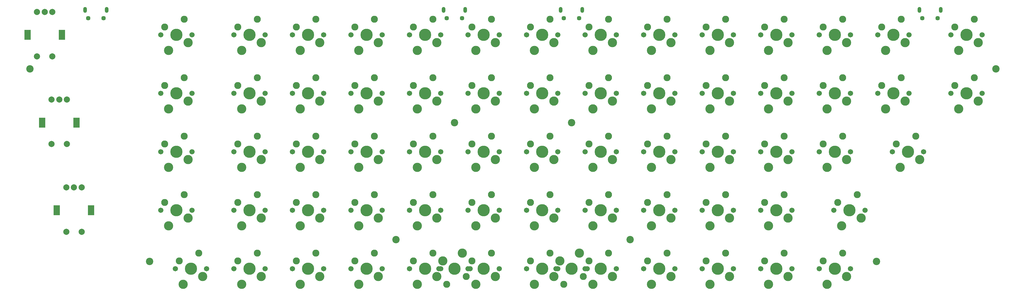
<source format=gbr>
G04 #@! TF.GenerationSoftware,KiCad,Pcbnew,(5.1.5-0-10_14)*
G04 #@! TF.CreationDate,2020-05-07T23:45:50-07:00*
G04 #@! TF.ProjectId,basis_combined_PROTON,62617369-735f-4636-9f6d-62696e65645f,rev?*
G04 #@! TF.SameCoordinates,Original*
G04 #@! TF.FileFunction,Soldermask,Top*
G04 #@! TF.FilePolarity,Negative*
%FSLAX46Y46*%
G04 Gerber Fmt 4.6, Leading zero omitted, Abs format (unit mm)*
G04 Created by KiCad (PCBNEW (5.1.5-0-10_14)) date 2020-05-07 23:45:50*
%MOMM*%
%LPD*%
G04 APERTURE LIST*
%ADD10C,1.701800*%
%ADD11C,2.286000*%
%ADD12C,3.987800*%
%ADD13C,3.000000*%
%ADD14O,1.200000X1.900000*%
%ADD15C,1.450000*%
%ADD16C,2.400000*%
%ADD17C,2.000000*%
%ADD18R,2.000000X3.200000*%
G04 APERTURE END LIST*
D10*
X-35242500Y-199231250D03*
X-25082500Y-199231250D03*
D11*
X-33972500Y-196691250D03*
D12*
X-30162500Y-199231250D03*
D11*
X-27622500Y-194151250D03*
D13*
X-26352500Y-201771250D03*
X-32702500Y-204311250D03*
D10*
X-54292500Y-123031250D03*
X-44132500Y-123031250D03*
D11*
X-53022500Y-120491250D03*
D12*
X-49212500Y-123031250D03*
D11*
X-46672500Y-117951250D03*
D13*
X-45402500Y-125571250D03*
X-51752500Y-128111250D03*
D10*
X-35242500Y-123031250D03*
X-25082500Y-123031250D03*
D11*
X-33972500Y-120491250D03*
D12*
X-30162500Y-123031250D03*
D11*
X-27622500Y-117951250D03*
D13*
X-26352500Y-125571250D03*
X-32702500Y-128111250D03*
D10*
X-16192500Y-123031250D03*
X-6032500Y-123031250D03*
D11*
X-14922500Y-120491250D03*
D12*
X-11112500Y-123031250D03*
D11*
X-8572500Y-117951250D03*
D13*
X-7302500Y-125571250D03*
X-13652500Y-128111250D03*
D10*
X2857500Y-123031250D03*
X13017500Y-123031250D03*
D11*
X4127500Y-120491250D03*
D12*
X7937500Y-123031250D03*
D11*
X10477500Y-117951250D03*
D13*
X11747500Y-125571250D03*
X5397500Y-128111250D03*
D10*
X-54292500Y-161131250D03*
X-44132500Y-161131250D03*
D11*
X-53022500Y-158591250D03*
D12*
X-49212500Y-161131250D03*
D11*
X-46672500Y-156051250D03*
D13*
X-45402500Y-163671250D03*
X-51752500Y-166211250D03*
D10*
X-16192500Y-180181250D03*
X-6032500Y-180181250D03*
D11*
X-14922500Y-177641250D03*
D12*
X-11112500Y-180181250D03*
D11*
X-8572500Y-175101250D03*
D13*
X-7302500Y-182721250D03*
X-13652500Y-185261250D03*
D10*
X-16192500Y-199231250D03*
X-6032500Y-199231250D03*
D11*
X-14922500Y-196691250D03*
D12*
X-11112500Y-199231250D03*
D11*
X-8572500Y-194151250D03*
D13*
X-7302500Y-201771250D03*
X-13652500Y-204311250D03*
D10*
X-54292500Y-199231250D03*
X-44132500Y-199231250D03*
D11*
X-53022500Y-196691250D03*
D12*
X-49212500Y-199231250D03*
D11*
X-46672500Y-194151250D03*
D13*
X-45402500Y-201771250D03*
X-51752500Y-204311250D03*
D10*
X-16192500Y-161131250D03*
X-6032500Y-161131250D03*
D11*
X-14922500Y-158591250D03*
D12*
X-11112500Y-161131250D03*
D11*
X-8572500Y-156051250D03*
D13*
X-7302500Y-163671250D03*
X-13652500Y-166211250D03*
D10*
X-16192500Y-142081250D03*
X-6032500Y-142081250D03*
D11*
X-14922500Y-139541250D03*
D12*
X-11112500Y-142081250D03*
D11*
X-8572500Y-137001250D03*
D13*
X-7302500Y-144621250D03*
X-13652500Y-147161250D03*
D10*
X2857500Y-161131250D03*
X13017500Y-161131250D03*
D11*
X4127500Y-158591250D03*
D12*
X7937500Y-161131250D03*
D11*
X10477500Y-156051250D03*
D13*
X11747500Y-163671250D03*
X5397500Y-166211250D03*
D10*
X-73342500Y-199231250D03*
X-63182500Y-199231250D03*
D11*
X-72072500Y-196691250D03*
D12*
X-68262500Y-199231250D03*
D11*
X-65722500Y-194151250D03*
D13*
X-64452500Y-201771250D03*
X-70802500Y-204311250D03*
D10*
X21907500Y-161131250D03*
X32067500Y-161131250D03*
D11*
X23177500Y-158591250D03*
D12*
X26987500Y-161131250D03*
D11*
X29527500Y-156051250D03*
D13*
X30797500Y-163671250D03*
X24447500Y-166211250D03*
D10*
X-54292500Y-142081250D03*
X-44132500Y-142081250D03*
D11*
X-53022500Y-139541250D03*
D12*
X-49212500Y-142081250D03*
D11*
X-46672500Y-137001250D03*
D13*
X-45402500Y-144621250D03*
X-51752500Y-147161250D03*
D10*
X2857500Y-142081250D03*
X13017500Y-142081250D03*
D11*
X4127500Y-139541250D03*
D12*
X7937500Y-142081250D03*
D11*
X10477500Y-137001250D03*
D13*
X11747500Y-144621250D03*
X5397500Y-147161250D03*
D10*
X-35242500Y-161131250D03*
X-25082500Y-161131250D03*
D11*
X-33972500Y-158591250D03*
D12*
X-30162500Y-161131250D03*
D11*
X-27622500Y-156051250D03*
D13*
X-26352500Y-163671250D03*
X-32702500Y-166211250D03*
D10*
X2857500Y-199231250D03*
X13017500Y-199231250D03*
D11*
X4127500Y-196691250D03*
D12*
X7937500Y-199231250D03*
D11*
X10477500Y-194151250D03*
D13*
X11747500Y-201771250D03*
X5397500Y-204311250D03*
D10*
X21907500Y-199231250D03*
X32067500Y-199231250D03*
D11*
X23177500Y-196691250D03*
D12*
X26987500Y-199231250D03*
D11*
X29527500Y-194151250D03*
D13*
X30797500Y-201771250D03*
X24447500Y-204311250D03*
D10*
X22542500Y-199231250D03*
X12382500Y-199231250D03*
D11*
X21272500Y-201771250D03*
D12*
X17462500Y-199231250D03*
D11*
X14922500Y-204311250D03*
D13*
X13652500Y-196691250D03*
X20002500Y-194151250D03*
D10*
X21907500Y-142081250D03*
X32067500Y-142081250D03*
D11*
X23177500Y-139541250D03*
D12*
X26987500Y-142081250D03*
D11*
X29527500Y-137001250D03*
D13*
X30797500Y-144621250D03*
X24447500Y-147161250D03*
D10*
X2857500Y-180181250D03*
X13017500Y-180181250D03*
D11*
X4127500Y-177641250D03*
D12*
X7937500Y-180181250D03*
D11*
X10477500Y-175101250D03*
D13*
X11747500Y-182721250D03*
X5397500Y-185261250D03*
D10*
X-35242500Y-142081250D03*
X-25082500Y-142081250D03*
D11*
X-33972500Y-139541250D03*
D12*
X-30162500Y-142081250D03*
D11*
X-27622500Y-137001250D03*
D13*
X-26352500Y-144621250D03*
X-32702500Y-147161250D03*
D10*
X-35242500Y-180181250D03*
X-25082500Y-180181250D03*
D11*
X-33972500Y-177641250D03*
D12*
X-30162500Y-180181250D03*
D11*
X-27622500Y-175101250D03*
D13*
X-26352500Y-182721250D03*
X-32702500Y-185261250D03*
D10*
X-54292500Y-180181250D03*
X-44132500Y-180181250D03*
D11*
X-53022500Y-177641250D03*
D12*
X-49212500Y-180181250D03*
D11*
X-46672500Y-175101250D03*
D13*
X-45402500Y-182721250D03*
X-51752500Y-185261250D03*
D10*
X-78105000Y-123031250D03*
X-67945000Y-123031250D03*
D11*
X-76835000Y-120491250D03*
D12*
X-73025000Y-123031250D03*
D11*
X-70485000Y-117951250D03*
D13*
X-69215000Y-125571250D03*
X-75565000Y-128111250D03*
D10*
X-78105000Y-142081250D03*
X-67945000Y-142081250D03*
D11*
X-76835000Y-139541250D03*
D12*
X-73025000Y-142081250D03*
D11*
X-70485000Y-137001250D03*
D13*
X-69215000Y-144621250D03*
X-75565000Y-147161250D03*
D10*
X-78105000Y-161131250D03*
X-67945000Y-161131250D03*
D11*
X-76835000Y-158591250D03*
D12*
X-73025000Y-161131250D03*
D11*
X-70485000Y-156051250D03*
D13*
X-69215000Y-163671250D03*
X-75565000Y-166211250D03*
D10*
X21907500Y-123031250D03*
X32067500Y-123031250D03*
D11*
X23177500Y-120491250D03*
D12*
X26987500Y-123031250D03*
D11*
X29527500Y-117951250D03*
D13*
X30797500Y-125571250D03*
X24447500Y-128111250D03*
D10*
X21907500Y-180181250D03*
X32067500Y-180181250D03*
D11*
X23177500Y-177641250D03*
D12*
X26987500Y-180181250D03*
D11*
X29527500Y-175101250D03*
D13*
X30797500Y-182721250D03*
X24447500Y-185261250D03*
D10*
X40957500Y-142081250D03*
X51117500Y-142081250D03*
D11*
X42227500Y-139541250D03*
D12*
X46037500Y-142081250D03*
D11*
X48577500Y-137001250D03*
D13*
X49847500Y-144621250D03*
X43497500Y-147161250D03*
D10*
X117157500Y-199231250D03*
X127317500Y-199231250D03*
D11*
X118427500Y-196691250D03*
D12*
X122237500Y-199231250D03*
D11*
X124777500Y-194151250D03*
D13*
X126047500Y-201771250D03*
X119697500Y-204311250D03*
D10*
X60007500Y-142081250D03*
X70167500Y-142081250D03*
D11*
X61277500Y-139541250D03*
D12*
X65087500Y-142081250D03*
D11*
X67627500Y-137001250D03*
D13*
X68897500Y-144621250D03*
X62547500Y-147161250D03*
D10*
X136207500Y-142081250D03*
X146367500Y-142081250D03*
D11*
X137477500Y-139541250D03*
D12*
X141287500Y-142081250D03*
D11*
X143827500Y-137001250D03*
D13*
X145097500Y-144621250D03*
X138747500Y-147161250D03*
D10*
X60642500Y-199231250D03*
X50482500Y-199231250D03*
D11*
X59372500Y-201771250D03*
D12*
X55562500Y-199231250D03*
D11*
X53022500Y-204311250D03*
D13*
X51752500Y-196691250D03*
X58102500Y-194151250D03*
D10*
X60007500Y-199231250D03*
X70167500Y-199231250D03*
D11*
X61277500Y-196691250D03*
D12*
X65087500Y-199231250D03*
D11*
X67627500Y-194151250D03*
D13*
X68897500Y-201771250D03*
X62547500Y-204311250D03*
D10*
X40957500Y-199231250D03*
X51117500Y-199231250D03*
D11*
X42227500Y-196691250D03*
D12*
X46037500Y-199231250D03*
D11*
X48577500Y-194151250D03*
D13*
X49847500Y-201771250D03*
X43497500Y-204311250D03*
D10*
X136207500Y-199231250D03*
X146367500Y-199231250D03*
D11*
X137477500Y-196691250D03*
D12*
X141287500Y-199231250D03*
D11*
X143827500Y-194151250D03*
D13*
X145097500Y-201771250D03*
X138747500Y-204311250D03*
D10*
X117157500Y-142081250D03*
X127317500Y-142081250D03*
D11*
X118427500Y-139541250D03*
D12*
X122237500Y-142081250D03*
D11*
X124777500Y-137001250D03*
D13*
X126047500Y-144621250D03*
X119697500Y-147161250D03*
D10*
X98107500Y-142081250D03*
X108267500Y-142081250D03*
D11*
X99377500Y-139541250D03*
D12*
X103187500Y-142081250D03*
D11*
X105727500Y-137001250D03*
D13*
X106997500Y-144621250D03*
X100647500Y-147161250D03*
D10*
X40957500Y-180181250D03*
X51117500Y-180181250D03*
D11*
X42227500Y-177641250D03*
D12*
X46037500Y-180181250D03*
D11*
X48577500Y-175101250D03*
D13*
X49847500Y-182721250D03*
X43497500Y-185261250D03*
D10*
X60007500Y-180181250D03*
X70167500Y-180181250D03*
D11*
X61277500Y-177641250D03*
D12*
X65087500Y-180181250D03*
D11*
X67627500Y-175101250D03*
D13*
X68897500Y-182721250D03*
X62547500Y-185261250D03*
D10*
X79057500Y-199231250D03*
X89217500Y-199231250D03*
D11*
X80327500Y-196691250D03*
D12*
X84137500Y-199231250D03*
D11*
X86677500Y-194151250D03*
D13*
X87947500Y-201771250D03*
X81597500Y-204311250D03*
D10*
X98107500Y-161131250D03*
X108267500Y-161131250D03*
D11*
X99377500Y-158591250D03*
D12*
X103187500Y-161131250D03*
D11*
X105727500Y-156051250D03*
D13*
X106997500Y-163671250D03*
X100647500Y-166211250D03*
D10*
X79057500Y-161131250D03*
X89217500Y-161131250D03*
D11*
X80327500Y-158591250D03*
D12*
X84137500Y-161131250D03*
D11*
X86677500Y-156051250D03*
D13*
X87947500Y-163671250D03*
X81597500Y-166211250D03*
D10*
X60007500Y-161131250D03*
X70167500Y-161131250D03*
D11*
X61277500Y-158591250D03*
D12*
X65087500Y-161131250D03*
D11*
X67627500Y-156051250D03*
D13*
X68897500Y-163671250D03*
X62547500Y-166211250D03*
D10*
X79057500Y-142081250D03*
X89217500Y-142081250D03*
D11*
X80327500Y-139541250D03*
D12*
X84137500Y-142081250D03*
D11*
X86677500Y-137001250D03*
D13*
X87947500Y-144621250D03*
X81597500Y-147161250D03*
D10*
X40957500Y-161131250D03*
X51117500Y-161131250D03*
D11*
X42227500Y-158591250D03*
D12*
X46037500Y-161131250D03*
D11*
X48577500Y-156051250D03*
D13*
X49847500Y-163671250D03*
X43497500Y-166211250D03*
D10*
X98107500Y-199231250D03*
X108267500Y-199231250D03*
D11*
X99377500Y-196691250D03*
D12*
X103187500Y-199231250D03*
D11*
X105727500Y-194151250D03*
D13*
X106997500Y-201771250D03*
X100647500Y-204311250D03*
D10*
X155257500Y-123031250D03*
X165417500Y-123031250D03*
D11*
X156527500Y-120491250D03*
D12*
X160337500Y-123031250D03*
D11*
X162877500Y-117951250D03*
D13*
X164147500Y-125571250D03*
X157797500Y-128111250D03*
D10*
X136207500Y-123031250D03*
X146367500Y-123031250D03*
D11*
X137477500Y-120491250D03*
D12*
X141287500Y-123031250D03*
D11*
X143827500Y-117951250D03*
D13*
X145097500Y-125571250D03*
X138747500Y-128111250D03*
D10*
X155257500Y-142081250D03*
X165417500Y-142081250D03*
D11*
X156527500Y-139541250D03*
D12*
X160337500Y-142081250D03*
D11*
X162877500Y-137001250D03*
D13*
X164147500Y-144621250D03*
X157797500Y-147161250D03*
D10*
X117157500Y-161131250D03*
X127317500Y-161131250D03*
D11*
X118427500Y-158591250D03*
D12*
X122237500Y-161131250D03*
D11*
X124777500Y-156051250D03*
D13*
X126047500Y-163671250D03*
X119697500Y-166211250D03*
D10*
X117157500Y-180181250D03*
X127317500Y-180181250D03*
D11*
X118427500Y-177641250D03*
D12*
X122237500Y-180181250D03*
D11*
X124777500Y-175101250D03*
D13*
X126047500Y-182721250D03*
X119697500Y-185261250D03*
D10*
X136207500Y-161131250D03*
X146367500Y-161131250D03*
D11*
X137477500Y-158591250D03*
D12*
X141287500Y-161131250D03*
D11*
X143827500Y-156051250D03*
D13*
X145097500Y-163671250D03*
X138747500Y-166211250D03*
D10*
X98107500Y-123031250D03*
X108267500Y-123031250D03*
D11*
X99377500Y-120491250D03*
D12*
X103187500Y-123031250D03*
D11*
X105727500Y-117951250D03*
D13*
X106997500Y-125571250D03*
X100647500Y-128111250D03*
D10*
X79057500Y-123031250D03*
X89217500Y-123031250D03*
D11*
X80327500Y-120491250D03*
D12*
X84137500Y-123031250D03*
D11*
X86677500Y-117951250D03*
D13*
X87947500Y-125571250D03*
X81597500Y-128111250D03*
D10*
X60007500Y-123031250D03*
X70167500Y-123031250D03*
D11*
X61277500Y-120491250D03*
D12*
X65087500Y-123031250D03*
D11*
X67627500Y-117951250D03*
D13*
X68897500Y-125571250D03*
X62547500Y-128111250D03*
D10*
X40957500Y-123031250D03*
X51117500Y-123031250D03*
D11*
X42227500Y-120491250D03*
D12*
X46037500Y-123031250D03*
D11*
X48577500Y-117951250D03*
D13*
X49847500Y-125571250D03*
X43497500Y-128111250D03*
D10*
X79057500Y-180181250D03*
X89217500Y-180181250D03*
D11*
X80327500Y-177641250D03*
D12*
X84137500Y-180181250D03*
D11*
X86677500Y-175101250D03*
D13*
X87947500Y-182721250D03*
X81597500Y-185261250D03*
D10*
X98107500Y-180181250D03*
X108267500Y-180181250D03*
D11*
X99377500Y-177641250D03*
D12*
X103187500Y-180181250D03*
D11*
X105727500Y-175101250D03*
D13*
X106997500Y-182721250D03*
X100647500Y-185261250D03*
D10*
X117157500Y-123031250D03*
X127317500Y-123031250D03*
D11*
X118427500Y-120491250D03*
D12*
X122237500Y-123031250D03*
D11*
X124777500Y-117951250D03*
D13*
X126047500Y-125571250D03*
X119697500Y-128111250D03*
D10*
X140970000Y-180181250D03*
X151130000Y-180181250D03*
D11*
X142240000Y-177641250D03*
D12*
X146050000Y-180181250D03*
D11*
X148590000Y-175101250D03*
D13*
X149860000Y-182721250D03*
X143510000Y-185261250D03*
D10*
X179070000Y-123031250D03*
X189230000Y-123031250D03*
D11*
X180340000Y-120491250D03*
D12*
X184150000Y-123031250D03*
D11*
X186690000Y-117951250D03*
D13*
X187960000Y-125571250D03*
X181610000Y-128111250D03*
D10*
X179070000Y-142081250D03*
X189230000Y-142081250D03*
D11*
X180340000Y-139541250D03*
D12*
X184150000Y-142081250D03*
D11*
X186690000Y-137001250D03*
D13*
X187960000Y-144621250D03*
X181610000Y-147161250D03*
D10*
X160020000Y-161131250D03*
X170180000Y-161131250D03*
D11*
X161290000Y-158591250D03*
D12*
X165100000Y-161131250D03*
D11*
X167640000Y-156051250D03*
D13*
X168910000Y-163671250D03*
X162560000Y-166211250D03*
D10*
X-78105000Y-180181250D03*
X-67945000Y-180181250D03*
D11*
X-76835000Y-177641250D03*
D12*
X-73025000Y-180181250D03*
D11*
X-70485000Y-175101250D03*
D13*
X-69215000Y-182721250D03*
X-75565000Y-185261250D03*
D14*
X59070000Y-114908750D03*
X52070000Y-114908750D03*
D15*
X58070000Y-117608750D03*
X53070000Y-117608750D03*
D14*
X20952500Y-114911250D03*
X13952500Y-114911250D03*
D15*
X19952500Y-117611250D03*
X14952500Y-117611250D03*
D14*
X175750000Y-114918750D03*
X168750000Y-114918750D03*
D15*
X174750000Y-117618750D03*
X169750000Y-117618750D03*
D14*
X-95718750Y-114911250D03*
X-102718750Y-114911250D03*
D15*
X-96718750Y-117611250D03*
X-101718750Y-117611250D03*
D16*
X-81756250Y-196850000D03*
X-120650000Y-134143750D03*
X17462500Y-151606250D03*
X-1587500Y-189706250D03*
X74612500Y-189706250D03*
X154781250Y-196850000D03*
X55562500Y-151606250D03*
X193675000Y-134143750D03*
D17*
X-118387500Y-130031250D03*
X-113387500Y-130031250D03*
D18*
X-121487500Y-123031250D03*
X-110287500Y-123031250D03*
D17*
X-118387500Y-115531250D03*
X-115887500Y-115531250D03*
X-113387500Y-115531250D03*
X-113625000Y-158606250D03*
X-108625000Y-158606250D03*
D18*
X-116725000Y-151606250D03*
X-105525000Y-151606250D03*
D17*
X-113625000Y-144106250D03*
X-111125000Y-144106250D03*
X-108625000Y-144106250D03*
X-108862500Y-187181250D03*
X-103862500Y-187181250D03*
D18*
X-111962500Y-180181250D03*
X-100762500Y-180181250D03*
D17*
X-108862500Y-172681250D03*
X-106362500Y-172681250D03*
X-103862500Y-172681250D03*
M02*

</source>
